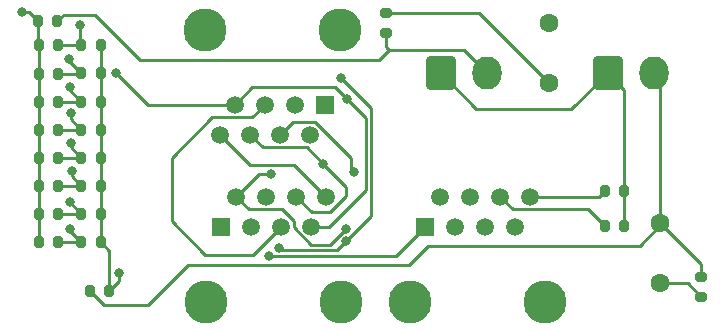
<source format=gbr>
%TF.GenerationSoftware,KiCad,Pcbnew,7.99.0-1900-g89780d353a*%
%TF.CreationDate,2023-07-25T10:26:20+03:00*%
%TF.ProjectId,KSS,4b53532e-6b69-4636-9164-5f7063625858,rev?*%
%TF.SameCoordinates,Original*%
%TF.FileFunction,Copper,L1,Top*%
%TF.FilePolarity,Positive*%
%FSLAX46Y46*%
G04 Gerber Fmt 4.6, Leading zero omitted, Abs format (unit mm)*
G04 Created by KiCad (PCBNEW 7.99.0-1900-g89780d353a) date 2023-07-25 10:26:20*
%MOMM*%
%LPD*%
G01*
G04 APERTURE LIST*
G04 Aperture macros list*
%AMRoundRect*
0 Rectangle with rounded corners*
0 $1 Rounding radius*
0 $2 $3 $4 $5 $6 $7 $8 $9 X,Y pos of 4 corners*
0 Add a 4 corners polygon primitive as box body*
4,1,4,$2,$3,$4,$5,$6,$7,$8,$9,$2,$3,0*
0 Add four circle primitives for the rounded corners*
1,1,$1+$1,$2,$3*
1,1,$1+$1,$4,$5*
1,1,$1+$1,$6,$7*
1,1,$1+$1,$8,$9*
0 Add four rect primitives between the rounded corners*
20,1,$1+$1,$2,$3,$4,$5,0*
20,1,$1+$1,$4,$5,$6,$7,0*
20,1,$1+$1,$6,$7,$8,$9,0*
20,1,$1+$1,$8,$9,$2,$3,0*%
G04 Aperture macros list end*
%TA.AperFunction,ComponentPad*%
%ADD10C,1.600000*%
%TD*%
%TA.AperFunction,WasherPad*%
%ADD11C,3.650000*%
%TD*%
%TA.AperFunction,ComponentPad*%
%ADD12R,1.500000X1.500000*%
%TD*%
%TA.AperFunction,ComponentPad*%
%ADD13C,1.500000*%
%TD*%
%TA.AperFunction,SMDPad,CuDef*%
%ADD14RoundRect,0.200000X0.200000X0.275000X-0.200000X0.275000X-0.200000X-0.275000X0.200000X-0.275000X0*%
%TD*%
%TA.AperFunction,SMDPad,CuDef*%
%ADD15RoundRect,0.200000X-0.200000X-0.275000X0.200000X-0.275000X0.200000X0.275000X-0.200000X0.275000X0*%
%TD*%
%TA.AperFunction,SMDPad,CuDef*%
%ADD16RoundRect,0.200000X0.275000X-0.200000X0.275000X0.200000X-0.275000X0.200000X-0.275000X-0.200000X0*%
%TD*%
%TA.AperFunction,SMDPad,CuDef*%
%ADD17RoundRect,0.200000X-0.275000X0.200000X-0.275000X-0.200000X0.275000X-0.200000X0.275000X0.200000X0*%
%TD*%
%TA.AperFunction,ComponentPad*%
%ADD18RoundRect,0.250000X-0.980000X-1.150000X0.980000X-1.150000X0.980000X1.150000X-0.980000X1.150000X0*%
%TD*%
%TA.AperFunction,ComponentPad*%
%ADD19O,2.460000X2.800000*%
%TD*%
%TA.AperFunction,ViaPad*%
%ADD20C,0.800000*%
%TD*%
%TA.AperFunction,Conductor*%
%ADD21C,0.250000*%
%TD*%
G04 APERTURE END LIST*
D10*
%TO.P,R2,1*%
%TO.N,Net-(I1-Pad1)*%
X138960000Y-78525000D03*
%TO.P,R2,2*%
%TO.N,Net-(I1-Pad2)*%
X138960000Y-83605000D03*
%TD*%
D11*
%TO.P,J3,*%
%TO.N,*%
X127244500Y-102100000D03*
X138674500Y-102100000D03*
D12*
%TO.P,J3,1*%
%TO.N,Net-(J1-Pad1)*%
X128514500Y-95750000D03*
D13*
%TO.P,J3,2*%
%TO.N,Net-(J1-Pad2)*%
X129784500Y-93210000D03*
%TO.P,J3,3*%
%TO.N,Net-(J1-Pad3)*%
X131054500Y-95750000D03*
%TO.P,J3,4*%
%TO.N,Net-(J1-Pad4)*%
X132324500Y-93210000D03*
%TO.P,J3,5*%
%TO.N,Net-(J1-Pad5)*%
X133594500Y-95750000D03*
%TO.P,J3,6*%
%TO.N,Net-(G2-Pad1)*%
X134864500Y-93210000D03*
%TO.P,J3,7*%
%TO.N,Net-(J1-Pad7)*%
X136134500Y-95750000D03*
%TO.P,J3,8*%
%TO.N,Net-(G1-Pad1)*%
X137404500Y-93210000D03*
%TD*%
D14*
%TO.P,P8,1*%
%TO.N,Net-(J1-Pad1)*%
X97430000Y-97100000D03*
%TO.P,P8,2*%
%TO.N,Net-(I1-Pad2)*%
X95780000Y-97100000D03*
%TD*%
%TO.P,P2,1*%
%TO.N,Net-(J1-Pad7)*%
X97430000Y-82802408D03*
%TO.P,P2,2*%
%TO.N,Net-(I1-Pad2)*%
X95780000Y-82802408D03*
%TD*%
%TO.P,P3,1*%
%TO.N,Net-(G2-Pad1)*%
X97430000Y-85185340D03*
%TO.P,P3,2*%
%TO.N,Net-(I1-Pad2)*%
X95780000Y-85185340D03*
%TD*%
D15*
%TO.P,P10,1*%
%TO.N,Net-(J1-Pad7)*%
X99410000Y-82782408D03*
%TO.P,P10,2*%
%TO.N,Net-(I2-Pad2)*%
X101060000Y-82782408D03*
%TD*%
D10*
%TO.P,R1,1*%
%TO.N,Net-(I2-Pad1)*%
X148410000Y-95455000D03*
%TO.P,R1,2*%
%TO.N,Net-(I2-Pad2)*%
X148410000Y-100535000D03*
%TD*%
D15*
%TO.P,P11,1*%
%TO.N,Net-(G2-Pad1)*%
X99410000Y-85165340D03*
%TO.P,P11,2*%
%TO.N,Net-(I2-Pad2)*%
X101060000Y-85165340D03*
%TD*%
D14*
%TO.P,I1,1*%
%TO.N,Net-(I1-Pad1)*%
X97365000Y-78370000D03*
%TO.P,I1,2*%
%TO.N,Net-(I1-Pad2)*%
X95715000Y-78370000D03*
%TD*%
D15*
%TO.P,I2,1*%
%TO.N,Net-(I2-Pad1)*%
X100105000Y-101210000D03*
%TO.P,I2,2*%
%TO.N,Net-(I2-Pad2)*%
X101755000Y-101210000D03*
%TD*%
D14*
%TO.P,P7,1*%
%TO.N,Net-(J1-Pad2)*%
X97430000Y-94717068D03*
%TO.P,P7,2*%
%TO.N,Net-(I1-Pad2)*%
X95780000Y-94717068D03*
%TD*%
D15*
%TO.P,P9,1*%
%TO.N,Net-(G1-Pad1)*%
X99410000Y-80399476D03*
%TO.P,P9,2*%
%TO.N,Net-(I2-Pad2)*%
X101060000Y-80399476D03*
%TD*%
%TO.P,P14,1*%
%TO.N,Net-(J1-Pad3)*%
X99410000Y-92314136D03*
%TO.P,P14,2*%
%TO.N,Net-(I2-Pad2)*%
X101060000Y-92314136D03*
%TD*%
D16*
%TO.P,T1,1*%
%TO.N,Net-(I1-Pad1)*%
X125240000Y-79335000D03*
%TO.P,T1,2*%
%TO.N,Net-(I1-Pad2)*%
X125240000Y-77685000D03*
%TD*%
D17*
%TO.P,T2,1*%
%TO.N,Net-(I2-Pad1)*%
X151910000Y-100055000D03*
%TO.P,T2,2*%
%TO.N,Net-(I2-Pad2)*%
X151910000Y-101705000D03*
%TD*%
D14*
%TO.P,P1,1*%
%TO.N,Net-(G1-Pad1)*%
X97430000Y-80419476D03*
%TO.P,P1,2*%
%TO.N,Net-(I1-Pad2)*%
X95780000Y-80419476D03*
%TD*%
D18*
%TO.P,XA1,1,1*%
%TO.N,Net-(G1-Pad2)*%
X129820600Y-82779400D03*
D19*
%TO.P,XA1,2,2*%
%TO.N,Net-(I1-Pad1)*%
X133780600Y-82779400D03*
%TD*%
D14*
%TO.P,P6,1*%
%TO.N,Net-(J1-Pad3)*%
X97430000Y-92334136D03*
%TO.P,P6,2*%
%TO.N,Net-(I1-Pad2)*%
X95780000Y-92334136D03*
%TD*%
D11*
%TO.P,J1,*%
%TO.N,*%
X109972500Y-102100000D03*
X121402500Y-102100000D03*
D12*
%TO.P,J1,1*%
%TO.N,Net-(J1-Pad1)*%
X111242500Y-95750000D03*
D13*
%TO.P,J1,2*%
%TO.N,Net-(J1-Pad2)*%
X112512500Y-93210000D03*
%TO.P,J1,3*%
%TO.N,Net-(J1-Pad3)*%
X113782500Y-95750000D03*
%TO.P,J1,4*%
%TO.N,Net-(J1-Pad4)*%
X115052500Y-93210000D03*
%TO.P,J1,5*%
%TO.N,Net-(J1-Pad5)*%
X116322500Y-95750000D03*
%TO.P,J1,6*%
%TO.N,Net-(G2-Pad1)*%
X117592500Y-93210000D03*
%TO.P,J1,7*%
%TO.N,Net-(J1-Pad7)*%
X118862500Y-95750000D03*
%TO.P,J1,8*%
%TO.N,Net-(G1-Pad1)*%
X120132500Y-93210000D03*
%TD*%
D11*
%TO.P,J2,*%
%TO.N,*%
X121294500Y-79088600D03*
X109864500Y-79088600D03*
D12*
%TO.P,J2,1*%
%TO.N,Net-(J1-Pad1)*%
X120024500Y-85438600D03*
D13*
%TO.P,J2,2*%
%TO.N,Net-(J1-Pad2)*%
X118754500Y-87978600D03*
%TO.P,J2,3*%
%TO.N,Net-(J1-Pad3)*%
X117484500Y-85438600D03*
%TO.P,J2,4*%
%TO.N,Net-(J1-Pad4)*%
X116214500Y-87978600D03*
%TO.P,J2,5*%
%TO.N,Net-(J1-Pad5)*%
X114944500Y-85438600D03*
%TO.P,J2,6*%
%TO.N,Net-(G2-Pad1)*%
X113674500Y-87978600D03*
%TO.P,J2,7*%
%TO.N,Net-(J1-Pad7)*%
X112404500Y-85438600D03*
%TO.P,J2,8*%
%TO.N,Net-(G1-Pad1)*%
X111134500Y-87978600D03*
%TD*%
D18*
%TO.P,XA2,1,1*%
%TO.N,Net-(G1-Pad2)*%
X143967200Y-82754000D03*
D19*
%TO.P,XA2,2,2*%
%TO.N,Net-(I2-Pad1)*%
X147927200Y-82754000D03*
%TD*%
D14*
%TO.P,P4,1*%
%TO.N,Net-(J1-Pad5)*%
X97430000Y-87568272D03*
%TO.P,P4,2*%
%TO.N,Net-(I1-Pad2)*%
X95780000Y-87568272D03*
%TD*%
D15*
%TO.P,P16,1*%
%TO.N,Net-(J1-Pad1)*%
X99410000Y-97080000D03*
%TO.P,P16,2*%
%TO.N,Net-(I2-Pad2)*%
X101060000Y-97080000D03*
%TD*%
%TO.P,P15,1*%
%TO.N,Net-(J1-Pad2)*%
X99410000Y-94697068D03*
%TO.P,P15,2*%
%TO.N,Net-(I2-Pad2)*%
X101060000Y-94697068D03*
%TD*%
D14*
%TO.P,P5,1*%
%TO.N,Net-(J1-Pad4)*%
X97430000Y-89951204D03*
%TO.P,P5,2*%
%TO.N,Net-(I1-Pad2)*%
X95780000Y-89951204D03*
%TD*%
D15*
%TO.P,G2,1*%
%TO.N,Net-(G2-Pad1)*%
X143715000Y-95710000D03*
%TO.P,G2,2*%
%TO.N,Net-(G1-Pad2)*%
X145365000Y-95710000D03*
%TD*%
%TO.P,P13,1*%
%TO.N,Net-(J1-Pad4)*%
X99410000Y-89931204D03*
%TO.P,P13,2*%
%TO.N,Net-(I2-Pad2)*%
X101060000Y-89931204D03*
%TD*%
%TO.P,P12,1*%
%TO.N,Net-(J1-Pad5)*%
X99410000Y-87548272D03*
%TO.P,P12,2*%
%TO.N,Net-(I2-Pad2)*%
X101060000Y-87548272D03*
%TD*%
%TO.P,G1,1*%
%TO.N,Net-(G1-Pad1)*%
X143715000Y-92760000D03*
%TO.P,G1,2*%
%TO.N,Net-(G1-Pad2)*%
X145365000Y-92760000D03*
%TD*%
D20*
%TO.N,Net-(J1-Pad1)*%
X98420000Y-95920000D03*
X115258951Y-98251049D03*
%TO.N,Net-(J1-Pad2)*%
X115448990Y-91288990D03*
X98420000Y-93650000D03*
X121830000Y-95920000D03*
%TO.N,Net-(J1-Pad3)*%
X121855000Y-96935000D03*
X121400000Y-83210000D03*
X98600000Y-91010000D03*
X116140000Y-97526549D03*
%TO.N,Net-(J1-Pad4)*%
X122450000Y-91130000D03*
X98530000Y-88680000D03*
%TO.N,Net-(J1-Pad5)*%
X98490000Y-86150000D03*
%TO.N,Net-(G1-Pad1)*%
X99310000Y-78660000D03*
%TO.N,Net-(J1-Pad7)*%
X121920000Y-84970000D03*
X102337701Y-82712299D03*
X98330000Y-81600000D03*
%TO.N,Net-(I2-Pad2)*%
X102580000Y-99720000D03*
%TO.N,Net-(G2-Pad1)*%
X119905000Y-90485000D03*
X98460000Y-83930000D03*
%TO.N,Net-(I1-Pad2)*%
X94380000Y-77610000D03*
%TD*%
D21*
%TO.N,Net-(J1-Pad1)*%
X97430000Y-97100000D02*
X99390000Y-97100000D01*
X128514500Y-95750000D02*
X126013451Y-98251049D01*
X99390000Y-97100000D02*
X99410000Y-97080000D01*
X126013451Y-98251049D02*
X115258951Y-98251049D01*
X98420000Y-96090000D02*
X99410000Y-97080000D01*
X98420000Y-95920000D02*
X98420000Y-96090000D01*
%TO.N,Net-(J1-Pad2)*%
X98420000Y-93707068D02*
X99410000Y-94697068D01*
X98420000Y-93650000D02*
X98420000Y-93707068D01*
X99390000Y-94717068D02*
X99410000Y-94697068D01*
X117397500Y-95805280D02*
X117397500Y-95304720D01*
X121830000Y-95920000D02*
X120470000Y-97280000D01*
X116377780Y-94285000D02*
X113587500Y-94285000D01*
X97430000Y-94717068D02*
X99390000Y-94717068D01*
X117397500Y-95304720D02*
X116377780Y-94285000D01*
X113587500Y-94285000D02*
X112512500Y-93210000D01*
X114433510Y-91288990D02*
X115448990Y-91288990D01*
X120470000Y-97280000D02*
X118872220Y-97280000D01*
X112512500Y-93210000D02*
X114433510Y-91288990D01*
X118872220Y-97280000D02*
X117397500Y-95805280D01*
%TO.N,Net-(J1-Pad3)*%
X123920000Y-94870000D02*
X121855000Y-96935000D01*
X98600000Y-91010000D02*
X98600000Y-91504136D01*
X123920000Y-85730000D02*
X123920000Y-94870000D01*
X99390000Y-92334136D02*
X99410000Y-92314136D01*
X121051604Y-97738396D02*
X116351847Y-97738396D01*
X121855000Y-96935000D02*
X121051604Y-97738396D01*
X97430000Y-92334136D02*
X99390000Y-92334136D01*
X116351847Y-97738396D02*
X116140000Y-97526549D01*
X98600000Y-91504136D02*
X99410000Y-92314136D01*
X121400000Y-83210000D02*
X123920000Y-85730000D01*
%TO.N,Net-(J1-Pad4)*%
X122270000Y-90950000D02*
X122450000Y-91130000D01*
X116214500Y-87978600D02*
X117289500Y-86903600D01*
X122270000Y-90020000D02*
X122270000Y-90950000D01*
X97430000Y-89951204D02*
X99390000Y-89951204D01*
X117289500Y-86903600D02*
X119199780Y-86903600D01*
X119199780Y-86903600D02*
X122270000Y-89973820D01*
X99390000Y-89951204D02*
X99410000Y-89931204D01*
X122270000Y-89973820D02*
X122270000Y-90020000D01*
X98530000Y-88680000D02*
X98530000Y-89051204D01*
X98530000Y-89051204D02*
X99410000Y-89931204D01*
%TO.N,Net-(J1-Pad5)*%
X107080000Y-95310000D02*
X109910000Y-98140000D01*
X99390000Y-87568272D02*
X99410000Y-87548272D01*
X98490000Y-86628272D02*
X99410000Y-87548272D01*
X114944500Y-85438600D02*
X113869500Y-86513600D01*
X113869500Y-86513600D02*
X110486400Y-86513600D01*
X109910000Y-98140000D02*
X113932500Y-98140000D01*
X97430000Y-87568272D02*
X99390000Y-87568272D01*
X110486400Y-86513600D02*
X107080000Y-89920000D01*
X107080000Y-89920000D02*
X107080000Y-95310000D01*
X98490000Y-86150000D02*
X98490000Y-86628272D01*
X113932500Y-98140000D02*
X116322500Y-95750000D01*
%TO.N,Net-(G1-Pad1)*%
X113685900Y-90530000D02*
X117452500Y-90530000D01*
X99310000Y-78660000D02*
X99310000Y-80299476D01*
X99390000Y-80419476D02*
X99410000Y-80399476D01*
X111134500Y-87978600D02*
X113685900Y-90530000D01*
X143265000Y-93210000D02*
X143715000Y-92760000D01*
X99310000Y-80299476D02*
X99410000Y-80399476D01*
X137404500Y-93210000D02*
X143265000Y-93210000D01*
X117452500Y-90530000D02*
X120132500Y-93210000D01*
X97430000Y-80419476D02*
X99390000Y-80419476D01*
%TO.N,Net-(J1-Pad7)*%
X105064002Y-85438600D02*
X102337701Y-82712299D01*
X112404500Y-85438600D02*
X105064002Y-85438600D01*
X120410000Y-95750000D02*
X118862500Y-95750000D01*
X113883100Y-83960000D02*
X112404500Y-85438600D01*
X121920000Y-84970000D02*
X123470000Y-86520000D01*
X123470000Y-86520000D02*
X123470000Y-92690000D01*
X98330000Y-81600000D02*
X98330000Y-81702408D01*
X99390000Y-82802408D02*
X99410000Y-82782408D01*
X97430000Y-82802408D02*
X99390000Y-82802408D01*
X123470000Y-92690000D02*
X120410000Y-95750000D01*
X121920000Y-84970000D02*
X120910000Y-83960000D01*
X120910000Y-83960000D02*
X113883100Y-83960000D01*
X98330000Y-81702408D02*
X99410000Y-82782408D01*
%TO.N,Net-(I1-Pad1)*%
X124640000Y-81610000D02*
X125460000Y-80790000D01*
X125240000Y-79335000D02*
X125240000Y-80570000D01*
X125460000Y-80790000D02*
X131791200Y-80790000D01*
X100570000Y-77800000D02*
X104380000Y-81610000D01*
X131791200Y-80790000D02*
X133780600Y-82779400D01*
X125240000Y-80570000D02*
X125460000Y-80790000D01*
X97365000Y-78370000D02*
X97935000Y-77800000D01*
X97935000Y-77800000D02*
X100570000Y-77800000D01*
X104380000Y-81610000D02*
X124640000Y-81610000D01*
%TO.N,Net-(I2-Pad1)*%
X101325000Y-102430000D02*
X105020000Y-102430000D01*
X146680000Y-97380000D02*
X148400000Y-95660000D01*
X151910000Y-100055000D02*
X151910000Y-98955000D01*
X105020000Y-102430000D02*
X108473951Y-98976049D01*
X148400000Y-83226800D02*
X147927200Y-82754000D01*
X151910000Y-98955000D02*
X148410000Y-95455000D01*
X100105000Y-101210000D02*
X101325000Y-102430000D01*
X148400000Y-95660000D02*
X148400000Y-83226800D01*
X128740000Y-97380000D02*
X146680000Y-97380000D01*
X127143951Y-98976049D02*
X128740000Y-97380000D01*
X108473951Y-98976049D02*
X127143951Y-98976049D01*
%TO.N,Net-(I2-Pad2)*%
X151910000Y-101705000D02*
X150740000Y-100535000D01*
X101060000Y-82782408D02*
X101060000Y-85165340D01*
X101060000Y-85165340D02*
X101060000Y-87548272D01*
X101760000Y-97780000D02*
X101760000Y-101205000D01*
X101760000Y-101205000D02*
X101755000Y-101210000D01*
X101060000Y-94697068D02*
X101060000Y-97080000D01*
X102580000Y-100385000D02*
X101755000Y-101210000D01*
X101060000Y-80399476D02*
X101060000Y-82782408D01*
X101060000Y-92314136D02*
X101060000Y-94697068D01*
X102580000Y-99720000D02*
X102580000Y-100385000D01*
X101060000Y-87548272D02*
X101060000Y-89931204D01*
X150740000Y-100535000D02*
X148410000Y-100535000D01*
X101060000Y-97080000D02*
X101760000Y-97780000D01*
X101060000Y-89931204D02*
X101060000Y-92314136D01*
%TO.N,Net-(G1-Pad2)*%
X140901200Y-85820000D02*
X143967200Y-82754000D01*
X145365000Y-92760000D02*
X145365000Y-84151800D01*
X145365000Y-84151800D02*
X143967200Y-82754000D01*
X129820600Y-82779400D02*
X132861200Y-85820000D01*
X132861200Y-85820000D02*
X140901200Y-85820000D01*
X145365000Y-95710000D02*
X145365000Y-92760000D01*
%TO.N,Net-(G2-Pad1)*%
X135939500Y-94285000D02*
X142290000Y-94285000D01*
X120440000Y-94550000D02*
X118932500Y-94550000D01*
X119905000Y-90485000D02*
X121810000Y-92390000D01*
X142290000Y-94285000D02*
X143715000Y-95710000D01*
X121810000Y-93180000D02*
X120440000Y-94550000D01*
X118932500Y-94550000D02*
X117592500Y-93210000D01*
X98460000Y-83930000D02*
X98460000Y-84215340D01*
X114749500Y-89053600D02*
X118473600Y-89053600D01*
X118473600Y-89053600D02*
X119905000Y-90485000D01*
X113674500Y-87978600D02*
X114749500Y-89053600D01*
X99390000Y-85185340D02*
X99410000Y-85165340D01*
X97430000Y-85185340D02*
X99390000Y-85185340D01*
X121810000Y-92390000D02*
X121810000Y-93180000D01*
X98460000Y-84215340D02*
X99410000Y-85165340D01*
X134864500Y-93210000D02*
X135939500Y-94285000D01*
%TO.N,Net-(I1-Pad2)*%
X133040000Y-77685000D02*
X138960000Y-83605000D01*
X95780000Y-85185340D02*
X95780000Y-87568272D01*
X95780000Y-80419476D02*
X95780000Y-82802408D01*
X95780000Y-89951204D02*
X95780000Y-92334136D01*
X94955000Y-77610000D02*
X95715000Y-78370000D01*
X95780000Y-87568272D02*
X95780000Y-89951204D01*
X125240000Y-77685000D02*
X133040000Y-77685000D01*
X95780000Y-92334136D02*
X95780000Y-94717068D01*
X94380000Y-77610000D02*
X94955000Y-77610000D01*
X95780000Y-94717068D02*
X95780000Y-97100000D01*
X95715000Y-80354476D02*
X95780000Y-80419476D01*
X95780000Y-82802408D02*
X95780000Y-85185340D01*
X95715000Y-78370000D02*
X95715000Y-80354476D01*
%TD*%
M02*

</source>
